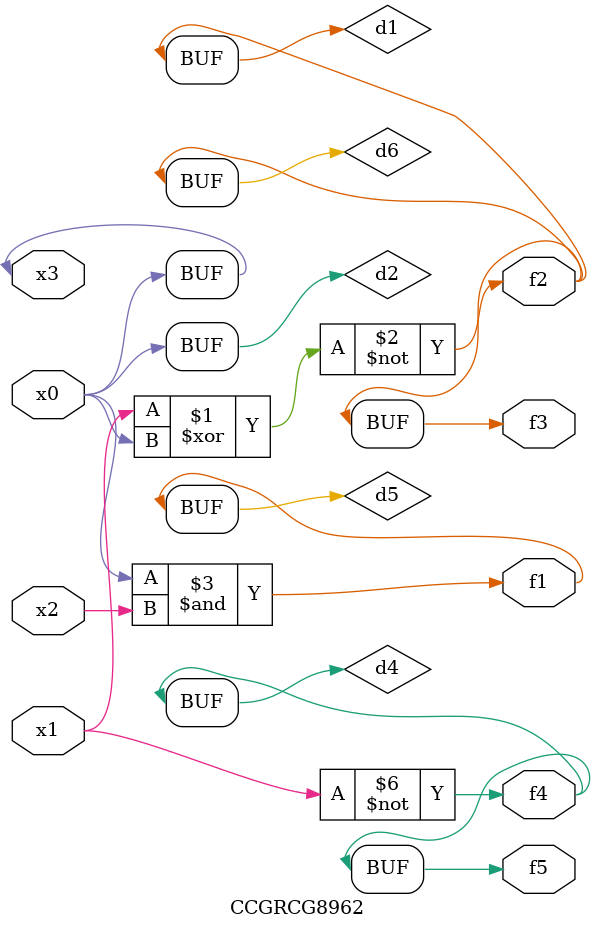
<source format=v>
module CCGRCG8962(
	input x0, x1, x2, x3,
	output f1, f2, f3, f4, f5
);

	wire d1, d2, d3, d4, d5, d6;

	xnor (d1, x1, x3);
	buf (d2, x0, x3);
	nand (d3, x0, x2);
	not (d4, x1);
	nand (d5, d3);
	or (d6, d1);
	assign f1 = d5;
	assign f2 = d6;
	assign f3 = d6;
	assign f4 = d4;
	assign f5 = d4;
endmodule

</source>
